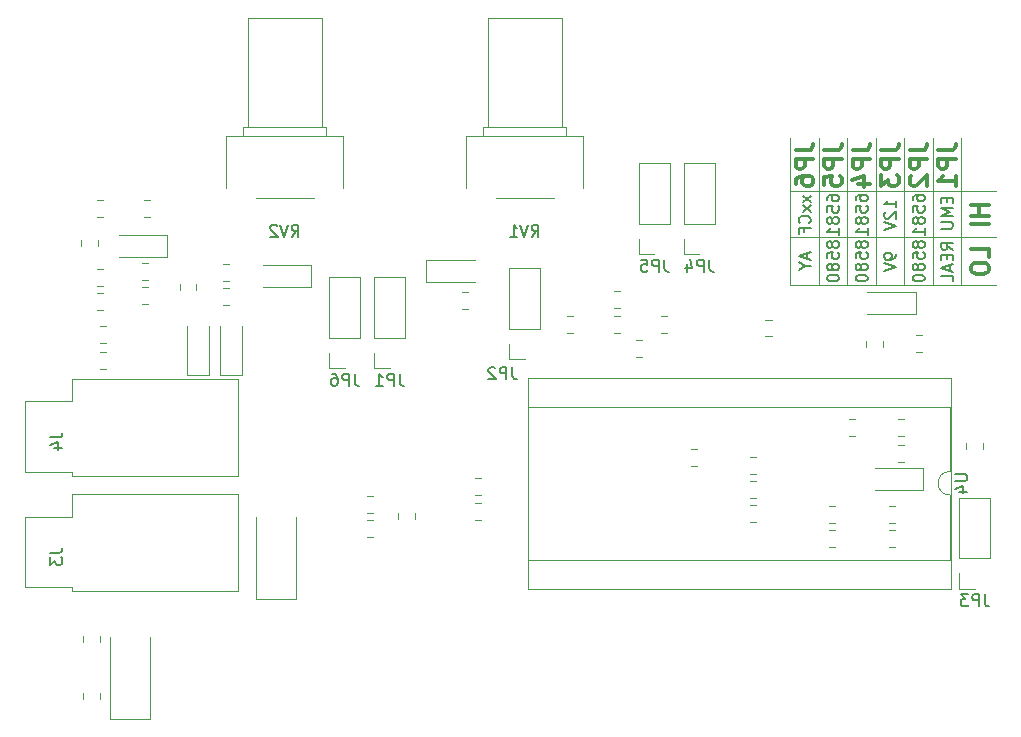
<source format=gbr>
%TF.GenerationSoftware,KiCad,Pcbnew,(5.1.9)-1*%
%TF.CreationDate,2021-06-11T01:10:32-04:00*%
%TF.ProjectId,ZXSwinSID,5a585377-696e-4534-9944-2e6b69636164,rev?*%
%TF.SameCoordinates,Original*%
%TF.FileFunction,Legend,Bot*%
%TF.FilePolarity,Positive*%
%FSLAX46Y46*%
G04 Gerber Fmt 4.6, Leading zero omitted, Abs format (unit mm)*
G04 Created by KiCad (PCBNEW (5.1.9)-1) date 2021-06-11 01:10:32*
%MOMM*%
%LPD*%
G01*
G04 APERTURE LIST*
%ADD10C,0.150000*%
%ADD11C,0.120000*%
%ADD12C,0.300000*%
G04 APERTURE END LIST*
D10*
X122975666Y-87598333D02*
X122975666Y-88074523D01*
X123261380Y-87503095D02*
X122261380Y-87836428D01*
X123261380Y-88169761D01*
X122785190Y-88693571D02*
X123261380Y-88693571D01*
X122261380Y-88360238D02*
X122785190Y-88693571D01*
X122261380Y-89026904D01*
X123261380Y-82732761D02*
X122594714Y-83256571D01*
X122594714Y-82732761D02*
X123261380Y-83256571D01*
X123261380Y-83542285D02*
X122594714Y-84066095D01*
X122594714Y-83542285D02*
X123261380Y-84066095D01*
X123166142Y-85018476D02*
X123213761Y-84970857D01*
X123261380Y-84828000D01*
X123261380Y-84732761D01*
X123213761Y-84589904D01*
X123118523Y-84494666D01*
X123023285Y-84447047D01*
X122832809Y-84399428D01*
X122689952Y-84399428D01*
X122499476Y-84447047D01*
X122404238Y-84494666D01*
X122309000Y-84589904D01*
X122261380Y-84732761D01*
X122261380Y-84828000D01*
X122309000Y-84970857D01*
X122356619Y-85018476D01*
X122737571Y-85780380D02*
X122737571Y-85447047D01*
X123261380Y-85447047D02*
X122261380Y-85447047D01*
X122261380Y-85923238D01*
X124674380Y-83089904D02*
X124674380Y-82899428D01*
X124722000Y-82804190D01*
X124769619Y-82756571D01*
X124912476Y-82661333D01*
X125102952Y-82613714D01*
X125483904Y-82613714D01*
X125579142Y-82661333D01*
X125626761Y-82708952D01*
X125674380Y-82804190D01*
X125674380Y-82994666D01*
X125626761Y-83089904D01*
X125579142Y-83137523D01*
X125483904Y-83185142D01*
X125245809Y-83185142D01*
X125150571Y-83137523D01*
X125102952Y-83089904D01*
X125055333Y-82994666D01*
X125055333Y-82804190D01*
X125102952Y-82708952D01*
X125150571Y-82661333D01*
X125245809Y-82613714D01*
X124674380Y-84089904D02*
X124674380Y-83613714D01*
X125150571Y-83566095D01*
X125102952Y-83613714D01*
X125055333Y-83708952D01*
X125055333Y-83947047D01*
X125102952Y-84042285D01*
X125150571Y-84089904D01*
X125245809Y-84137523D01*
X125483904Y-84137523D01*
X125579142Y-84089904D01*
X125626761Y-84042285D01*
X125674380Y-83947047D01*
X125674380Y-83708952D01*
X125626761Y-83613714D01*
X125579142Y-83566095D01*
X125102952Y-84708952D02*
X125055333Y-84613714D01*
X125007714Y-84566095D01*
X124912476Y-84518476D01*
X124864857Y-84518476D01*
X124769619Y-84566095D01*
X124722000Y-84613714D01*
X124674380Y-84708952D01*
X124674380Y-84899428D01*
X124722000Y-84994666D01*
X124769619Y-85042285D01*
X124864857Y-85089904D01*
X124912476Y-85089904D01*
X125007714Y-85042285D01*
X125055333Y-84994666D01*
X125102952Y-84899428D01*
X125102952Y-84708952D01*
X125150571Y-84613714D01*
X125198190Y-84566095D01*
X125293428Y-84518476D01*
X125483904Y-84518476D01*
X125579142Y-84566095D01*
X125626761Y-84613714D01*
X125674380Y-84708952D01*
X125674380Y-84899428D01*
X125626761Y-84994666D01*
X125579142Y-85042285D01*
X125483904Y-85089904D01*
X125293428Y-85089904D01*
X125198190Y-85042285D01*
X125150571Y-84994666D01*
X125102952Y-84899428D01*
X125674380Y-86042285D02*
X125674380Y-85470857D01*
X125674380Y-85756571D02*
X124674380Y-85756571D01*
X124817238Y-85661333D01*
X124912476Y-85566095D01*
X124960095Y-85470857D01*
X127087380Y-83089904D02*
X127087380Y-82899428D01*
X127135000Y-82804190D01*
X127182619Y-82756571D01*
X127325476Y-82661333D01*
X127515952Y-82613714D01*
X127896904Y-82613714D01*
X127992142Y-82661333D01*
X128039761Y-82708952D01*
X128087380Y-82804190D01*
X128087380Y-82994666D01*
X128039761Y-83089904D01*
X127992142Y-83137523D01*
X127896904Y-83185142D01*
X127658809Y-83185142D01*
X127563571Y-83137523D01*
X127515952Y-83089904D01*
X127468333Y-82994666D01*
X127468333Y-82804190D01*
X127515952Y-82708952D01*
X127563571Y-82661333D01*
X127658809Y-82613714D01*
X127087380Y-84089904D02*
X127087380Y-83613714D01*
X127563571Y-83566095D01*
X127515952Y-83613714D01*
X127468333Y-83708952D01*
X127468333Y-83947047D01*
X127515952Y-84042285D01*
X127563571Y-84089904D01*
X127658809Y-84137523D01*
X127896904Y-84137523D01*
X127992142Y-84089904D01*
X128039761Y-84042285D01*
X128087380Y-83947047D01*
X128087380Y-83708952D01*
X128039761Y-83613714D01*
X127992142Y-83566095D01*
X127515952Y-84708952D02*
X127468333Y-84613714D01*
X127420714Y-84566095D01*
X127325476Y-84518476D01*
X127277857Y-84518476D01*
X127182619Y-84566095D01*
X127135000Y-84613714D01*
X127087380Y-84708952D01*
X127087380Y-84899428D01*
X127135000Y-84994666D01*
X127182619Y-85042285D01*
X127277857Y-85089904D01*
X127325476Y-85089904D01*
X127420714Y-85042285D01*
X127468333Y-84994666D01*
X127515952Y-84899428D01*
X127515952Y-84708952D01*
X127563571Y-84613714D01*
X127611190Y-84566095D01*
X127706428Y-84518476D01*
X127896904Y-84518476D01*
X127992142Y-84566095D01*
X128039761Y-84613714D01*
X128087380Y-84708952D01*
X128087380Y-84899428D01*
X128039761Y-84994666D01*
X127992142Y-85042285D01*
X127896904Y-85089904D01*
X127706428Y-85089904D01*
X127611190Y-85042285D01*
X127563571Y-84994666D01*
X127515952Y-84899428D01*
X128087380Y-86042285D02*
X128087380Y-85470857D01*
X128087380Y-85756571D02*
X127087380Y-85756571D01*
X127230238Y-85661333D01*
X127325476Y-85566095D01*
X127373095Y-85470857D01*
X125102952Y-86741190D02*
X125055333Y-86645952D01*
X125007714Y-86598333D01*
X124912476Y-86550714D01*
X124864857Y-86550714D01*
X124769619Y-86598333D01*
X124722000Y-86645952D01*
X124674380Y-86741190D01*
X124674380Y-86931666D01*
X124722000Y-87026904D01*
X124769619Y-87074523D01*
X124864857Y-87122142D01*
X124912476Y-87122142D01*
X125007714Y-87074523D01*
X125055333Y-87026904D01*
X125102952Y-86931666D01*
X125102952Y-86741190D01*
X125150571Y-86645952D01*
X125198190Y-86598333D01*
X125293428Y-86550714D01*
X125483904Y-86550714D01*
X125579142Y-86598333D01*
X125626761Y-86645952D01*
X125674380Y-86741190D01*
X125674380Y-86931666D01*
X125626761Y-87026904D01*
X125579142Y-87074523D01*
X125483904Y-87122142D01*
X125293428Y-87122142D01*
X125198190Y-87074523D01*
X125150571Y-87026904D01*
X125102952Y-86931666D01*
X124674380Y-88026904D02*
X124674380Y-87550714D01*
X125150571Y-87503095D01*
X125102952Y-87550714D01*
X125055333Y-87645952D01*
X125055333Y-87884047D01*
X125102952Y-87979285D01*
X125150571Y-88026904D01*
X125245809Y-88074523D01*
X125483904Y-88074523D01*
X125579142Y-88026904D01*
X125626761Y-87979285D01*
X125674380Y-87884047D01*
X125674380Y-87645952D01*
X125626761Y-87550714D01*
X125579142Y-87503095D01*
X125102952Y-88645952D02*
X125055333Y-88550714D01*
X125007714Y-88503095D01*
X124912476Y-88455476D01*
X124864857Y-88455476D01*
X124769619Y-88503095D01*
X124722000Y-88550714D01*
X124674380Y-88645952D01*
X124674380Y-88836428D01*
X124722000Y-88931666D01*
X124769619Y-88979285D01*
X124864857Y-89026904D01*
X124912476Y-89026904D01*
X125007714Y-88979285D01*
X125055333Y-88931666D01*
X125102952Y-88836428D01*
X125102952Y-88645952D01*
X125150571Y-88550714D01*
X125198190Y-88503095D01*
X125293428Y-88455476D01*
X125483904Y-88455476D01*
X125579142Y-88503095D01*
X125626761Y-88550714D01*
X125674380Y-88645952D01*
X125674380Y-88836428D01*
X125626761Y-88931666D01*
X125579142Y-88979285D01*
X125483904Y-89026904D01*
X125293428Y-89026904D01*
X125198190Y-88979285D01*
X125150571Y-88931666D01*
X125102952Y-88836428D01*
X124674380Y-89645952D02*
X124674380Y-89741190D01*
X124722000Y-89836428D01*
X124769619Y-89884047D01*
X124864857Y-89931666D01*
X125055333Y-89979285D01*
X125293428Y-89979285D01*
X125483904Y-89931666D01*
X125579142Y-89884047D01*
X125626761Y-89836428D01*
X125674380Y-89741190D01*
X125674380Y-89645952D01*
X125626761Y-89550714D01*
X125579142Y-89503095D01*
X125483904Y-89455476D01*
X125293428Y-89407857D01*
X125055333Y-89407857D01*
X124864857Y-89455476D01*
X124769619Y-89503095D01*
X124722000Y-89550714D01*
X124674380Y-89645952D01*
X127515952Y-86741190D02*
X127468333Y-86645952D01*
X127420714Y-86598333D01*
X127325476Y-86550714D01*
X127277857Y-86550714D01*
X127182619Y-86598333D01*
X127135000Y-86645952D01*
X127087380Y-86741190D01*
X127087380Y-86931666D01*
X127135000Y-87026904D01*
X127182619Y-87074523D01*
X127277857Y-87122142D01*
X127325476Y-87122142D01*
X127420714Y-87074523D01*
X127468333Y-87026904D01*
X127515952Y-86931666D01*
X127515952Y-86741190D01*
X127563571Y-86645952D01*
X127611190Y-86598333D01*
X127706428Y-86550714D01*
X127896904Y-86550714D01*
X127992142Y-86598333D01*
X128039761Y-86645952D01*
X128087380Y-86741190D01*
X128087380Y-86931666D01*
X128039761Y-87026904D01*
X127992142Y-87074523D01*
X127896904Y-87122142D01*
X127706428Y-87122142D01*
X127611190Y-87074523D01*
X127563571Y-87026904D01*
X127515952Y-86931666D01*
X127087380Y-88026904D02*
X127087380Y-87550714D01*
X127563571Y-87503095D01*
X127515952Y-87550714D01*
X127468333Y-87645952D01*
X127468333Y-87884047D01*
X127515952Y-87979285D01*
X127563571Y-88026904D01*
X127658809Y-88074523D01*
X127896904Y-88074523D01*
X127992142Y-88026904D01*
X128039761Y-87979285D01*
X128087380Y-87884047D01*
X128087380Y-87645952D01*
X128039761Y-87550714D01*
X127992142Y-87503095D01*
X127515952Y-88645952D02*
X127468333Y-88550714D01*
X127420714Y-88503095D01*
X127325476Y-88455476D01*
X127277857Y-88455476D01*
X127182619Y-88503095D01*
X127135000Y-88550714D01*
X127087380Y-88645952D01*
X127087380Y-88836428D01*
X127135000Y-88931666D01*
X127182619Y-88979285D01*
X127277857Y-89026904D01*
X127325476Y-89026904D01*
X127420714Y-88979285D01*
X127468333Y-88931666D01*
X127515952Y-88836428D01*
X127515952Y-88645952D01*
X127563571Y-88550714D01*
X127611190Y-88503095D01*
X127706428Y-88455476D01*
X127896904Y-88455476D01*
X127992142Y-88503095D01*
X128039761Y-88550714D01*
X128087380Y-88645952D01*
X128087380Y-88836428D01*
X128039761Y-88931666D01*
X127992142Y-88979285D01*
X127896904Y-89026904D01*
X127706428Y-89026904D01*
X127611190Y-88979285D01*
X127563571Y-88931666D01*
X127515952Y-88836428D01*
X127087380Y-89645952D02*
X127087380Y-89741190D01*
X127135000Y-89836428D01*
X127182619Y-89884047D01*
X127277857Y-89931666D01*
X127468333Y-89979285D01*
X127706428Y-89979285D01*
X127896904Y-89931666D01*
X127992142Y-89884047D01*
X128039761Y-89836428D01*
X128087380Y-89741190D01*
X128087380Y-89645952D01*
X128039761Y-89550714D01*
X127992142Y-89503095D01*
X127896904Y-89455476D01*
X127706428Y-89407857D01*
X127468333Y-89407857D01*
X127277857Y-89455476D01*
X127182619Y-89503095D01*
X127135000Y-89550714D01*
X127087380Y-89645952D01*
X130500380Y-87645952D02*
X130500380Y-87836428D01*
X130452761Y-87931666D01*
X130405142Y-87979285D01*
X130262285Y-88074523D01*
X130071809Y-88122142D01*
X129690857Y-88122142D01*
X129595619Y-88074523D01*
X129548000Y-88026904D01*
X129500380Y-87931666D01*
X129500380Y-87741190D01*
X129548000Y-87645952D01*
X129595619Y-87598333D01*
X129690857Y-87550714D01*
X129928952Y-87550714D01*
X130024190Y-87598333D01*
X130071809Y-87645952D01*
X130119428Y-87741190D01*
X130119428Y-87931666D01*
X130071809Y-88026904D01*
X130024190Y-88074523D01*
X129928952Y-88122142D01*
X129500380Y-88407857D02*
X130500380Y-88741190D01*
X129500380Y-89074523D01*
X130500380Y-83708952D02*
X130500380Y-83137523D01*
X130500380Y-83423238D02*
X129500380Y-83423238D01*
X129643238Y-83328000D01*
X129738476Y-83232761D01*
X129786095Y-83137523D01*
X129595619Y-84089904D02*
X129548000Y-84137523D01*
X129500380Y-84232761D01*
X129500380Y-84470857D01*
X129548000Y-84566095D01*
X129595619Y-84613714D01*
X129690857Y-84661333D01*
X129786095Y-84661333D01*
X129928952Y-84613714D01*
X130500380Y-84042285D01*
X130500380Y-84661333D01*
X129500380Y-84947047D02*
X130500380Y-85280380D01*
X129500380Y-85613714D01*
D11*
X121539000Y-77851000D02*
X121539000Y-90297000D01*
X123952000Y-77851000D02*
X123952000Y-90297000D01*
X126365000Y-77851000D02*
X126365000Y-90297000D01*
X128778000Y-77851000D02*
X128778000Y-90297000D01*
X131191000Y-77851000D02*
X131191000Y-90297000D01*
X133604000Y-77851000D02*
X133604000Y-90297000D01*
D10*
X132341952Y-86741190D02*
X132294333Y-86645952D01*
X132246714Y-86598333D01*
X132151476Y-86550714D01*
X132103857Y-86550714D01*
X132008619Y-86598333D01*
X131961000Y-86645952D01*
X131913380Y-86741190D01*
X131913380Y-86931666D01*
X131961000Y-87026904D01*
X132008619Y-87074523D01*
X132103857Y-87122142D01*
X132151476Y-87122142D01*
X132246714Y-87074523D01*
X132294333Y-87026904D01*
X132341952Y-86931666D01*
X132341952Y-86741190D01*
X132389571Y-86645952D01*
X132437190Y-86598333D01*
X132532428Y-86550714D01*
X132722904Y-86550714D01*
X132818142Y-86598333D01*
X132865761Y-86645952D01*
X132913380Y-86741190D01*
X132913380Y-86931666D01*
X132865761Y-87026904D01*
X132818142Y-87074523D01*
X132722904Y-87122142D01*
X132532428Y-87122142D01*
X132437190Y-87074523D01*
X132389571Y-87026904D01*
X132341952Y-86931666D01*
X131913380Y-88026904D02*
X131913380Y-87550714D01*
X132389571Y-87503095D01*
X132341952Y-87550714D01*
X132294333Y-87645952D01*
X132294333Y-87884047D01*
X132341952Y-87979285D01*
X132389571Y-88026904D01*
X132484809Y-88074523D01*
X132722904Y-88074523D01*
X132818142Y-88026904D01*
X132865761Y-87979285D01*
X132913380Y-87884047D01*
X132913380Y-87645952D01*
X132865761Y-87550714D01*
X132818142Y-87503095D01*
X132341952Y-88645952D02*
X132294333Y-88550714D01*
X132246714Y-88503095D01*
X132151476Y-88455476D01*
X132103857Y-88455476D01*
X132008619Y-88503095D01*
X131961000Y-88550714D01*
X131913380Y-88645952D01*
X131913380Y-88836428D01*
X131961000Y-88931666D01*
X132008619Y-88979285D01*
X132103857Y-89026904D01*
X132151476Y-89026904D01*
X132246714Y-88979285D01*
X132294333Y-88931666D01*
X132341952Y-88836428D01*
X132341952Y-88645952D01*
X132389571Y-88550714D01*
X132437190Y-88503095D01*
X132532428Y-88455476D01*
X132722904Y-88455476D01*
X132818142Y-88503095D01*
X132865761Y-88550714D01*
X132913380Y-88645952D01*
X132913380Y-88836428D01*
X132865761Y-88931666D01*
X132818142Y-88979285D01*
X132722904Y-89026904D01*
X132532428Y-89026904D01*
X132437190Y-88979285D01*
X132389571Y-88931666D01*
X132341952Y-88836428D01*
X131913380Y-89645952D02*
X131913380Y-89741190D01*
X131961000Y-89836428D01*
X132008619Y-89884047D01*
X132103857Y-89931666D01*
X132294333Y-89979285D01*
X132532428Y-89979285D01*
X132722904Y-89931666D01*
X132818142Y-89884047D01*
X132865761Y-89836428D01*
X132913380Y-89741190D01*
X132913380Y-89645952D01*
X132865761Y-89550714D01*
X132818142Y-89503095D01*
X132722904Y-89455476D01*
X132532428Y-89407857D01*
X132294333Y-89407857D01*
X132103857Y-89455476D01*
X132008619Y-89503095D01*
X131961000Y-89550714D01*
X131913380Y-89645952D01*
X131913380Y-83089904D02*
X131913380Y-82899428D01*
X131961000Y-82804190D01*
X132008619Y-82756571D01*
X132151476Y-82661333D01*
X132341952Y-82613714D01*
X132722904Y-82613714D01*
X132818142Y-82661333D01*
X132865761Y-82708952D01*
X132913380Y-82804190D01*
X132913380Y-82994666D01*
X132865761Y-83089904D01*
X132818142Y-83137523D01*
X132722904Y-83185142D01*
X132484809Y-83185142D01*
X132389571Y-83137523D01*
X132341952Y-83089904D01*
X132294333Y-82994666D01*
X132294333Y-82804190D01*
X132341952Y-82708952D01*
X132389571Y-82661333D01*
X132484809Y-82613714D01*
X131913380Y-84089904D02*
X131913380Y-83613714D01*
X132389571Y-83566095D01*
X132341952Y-83613714D01*
X132294333Y-83708952D01*
X132294333Y-83947047D01*
X132341952Y-84042285D01*
X132389571Y-84089904D01*
X132484809Y-84137523D01*
X132722904Y-84137523D01*
X132818142Y-84089904D01*
X132865761Y-84042285D01*
X132913380Y-83947047D01*
X132913380Y-83708952D01*
X132865761Y-83613714D01*
X132818142Y-83566095D01*
X132341952Y-84708952D02*
X132294333Y-84613714D01*
X132246714Y-84566095D01*
X132151476Y-84518476D01*
X132103857Y-84518476D01*
X132008619Y-84566095D01*
X131961000Y-84613714D01*
X131913380Y-84708952D01*
X131913380Y-84899428D01*
X131961000Y-84994666D01*
X132008619Y-85042285D01*
X132103857Y-85089904D01*
X132151476Y-85089904D01*
X132246714Y-85042285D01*
X132294333Y-84994666D01*
X132341952Y-84899428D01*
X132341952Y-84708952D01*
X132389571Y-84613714D01*
X132437190Y-84566095D01*
X132532428Y-84518476D01*
X132722904Y-84518476D01*
X132818142Y-84566095D01*
X132865761Y-84613714D01*
X132913380Y-84708952D01*
X132913380Y-84899428D01*
X132865761Y-84994666D01*
X132818142Y-85042285D01*
X132722904Y-85089904D01*
X132532428Y-85089904D01*
X132437190Y-85042285D01*
X132389571Y-84994666D01*
X132341952Y-84899428D01*
X132913380Y-86042285D02*
X132913380Y-85470857D01*
X132913380Y-85756571D02*
X131913380Y-85756571D01*
X132056238Y-85661333D01*
X132151476Y-85566095D01*
X132199095Y-85470857D01*
X135326380Y-87288809D02*
X134850190Y-86955476D01*
X135326380Y-86717380D02*
X134326380Y-86717380D01*
X134326380Y-87098333D01*
X134374000Y-87193571D01*
X134421619Y-87241190D01*
X134516857Y-87288809D01*
X134659714Y-87288809D01*
X134754952Y-87241190D01*
X134802571Y-87193571D01*
X134850190Y-87098333D01*
X134850190Y-86717380D01*
X134802571Y-87717380D02*
X134802571Y-88050714D01*
X135326380Y-88193571D02*
X135326380Y-87717380D01*
X134326380Y-87717380D01*
X134326380Y-88193571D01*
X135040666Y-88574523D02*
X135040666Y-89050714D01*
X135326380Y-88479285D02*
X134326380Y-88812619D01*
X135326380Y-89145952D01*
X135326380Y-89955476D02*
X135326380Y-89479285D01*
X134326380Y-89479285D01*
X134802571Y-82891476D02*
X134802571Y-83224809D01*
X135326380Y-83367666D02*
X135326380Y-82891476D01*
X134326380Y-82891476D01*
X134326380Y-83367666D01*
X135326380Y-83796238D02*
X134326380Y-83796238D01*
X135040666Y-84129571D01*
X134326380Y-84462904D01*
X135326380Y-84462904D01*
X134326380Y-84939095D02*
X135135904Y-84939095D01*
X135231142Y-84986714D01*
X135278761Y-85034333D01*
X135326380Y-85129571D01*
X135326380Y-85320047D01*
X135278761Y-85415285D01*
X135231142Y-85462904D01*
X135135904Y-85510523D01*
X134326380Y-85510523D01*
D11*
X136017000Y-77851000D02*
X136017000Y-90297000D01*
X138938000Y-86233000D02*
X121539000Y-86233000D01*
X138938000Y-90297000D02*
X121539000Y-90297000D01*
X138938000Y-82296000D02*
X121539000Y-82296000D01*
D12*
X138346571Y-83542285D02*
X136846571Y-83542285D01*
X137560857Y-83542285D02*
X137560857Y-84399428D01*
X138346571Y-84399428D02*
X136846571Y-84399428D01*
X138346571Y-85113714D02*
X136846571Y-85113714D01*
X138346571Y-87943571D02*
X138346571Y-87229285D01*
X136846571Y-87229285D01*
X136846571Y-88729285D02*
X136846571Y-89015000D01*
X136918000Y-89157857D01*
X137060857Y-89300714D01*
X137346571Y-89372142D01*
X137846571Y-89372142D01*
X138132285Y-89300714D01*
X138275142Y-89157857D01*
X138346571Y-89015000D01*
X138346571Y-88729285D01*
X138275142Y-88586428D01*
X138132285Y-88443571D01*
X137846571Y-88372142D01*
X137346571Y-88372142D01*
X137060857Y-88443571D01*
X136918000Y-88586428D01*
X136846571Y-88729285D01*
X121987571Y-78887000D02*
X123059000Y-78887000D01*
X123273285Y-78815571D01*
X123416142Y-78672714D01*
X123487571Y-78458428D01*
X123487571Y-78315571D01*
X123487571Y-79601285D02*
X121987571Y-79601285D01*
X121987571Y-80172714D01*
X122059000Y-80315571D01*
X122130428Y-80387000D01*
X122273285Y-80458428D01*
X122487571Y-80458428D01*
X122630428Y-80387000D01*
X122701857Y-80315571D01*
X122773285Y-80172714D01*
X122773285Y-79601285D01*
X121987571Y-81744142D02*
X121987571Y-81458428D01*
X122059000Y-81315571D01*
X122130428Y-81244142D01*
X122344714Y-81101285D01*
X122630428Y-81029857D01*
X123201857Y-81029857D01*
X123344714Y-81101285D01*
X123416142Y-81172714D01*
X123487571Y-81315571D01*
X123487571Y-81601285D01*
X123416142Y-81744142D01*
X123344714Y-81815571D01*
X123201857Y-81887000D01*
X122844714Y-81887000D01*
X122701857Y-81815571D01*
X122630428Y-81744142D01*
X122559000Y-81601285D01*
X122559000Y-81315571D01*
X122630428Y-81172714D01*
X122701857Y-81101285D01*
X122844714Y-81029857D01*
X124400571Y-78887000D02*
X125472000Y-78887000D01*
X125686285Y-78815571D01*
X125829142Y-78672714D01*
X125900571Y-78458428D01*
X125900571Y-78315571D01*
X125900571Y-79601285D02*
X124400571Y-79601285D01*
X124400571Y-80172714D01*
X124472000Y-80315571D01*
X124543428Y-80387000D01*
X124686285Y-80458428D01*
X124900571Y-80458428D01*
X125043428Y-80387000D01*
X125114857Y-80315571D01*
X125186285Y-80172714D01*
X125186285Y-79601285D01*
X124400571Y-81815571D02*
X124400571Y-81101285D01*
X125114857Y-81029857D01*
X125043428Y-81101285D01*
X124972000Y-81244142D01*
X124972000Y-81601285D01*
X125043428Y-81744142D01*
X125114857Y-81815571D01*
X125257714Y-81887000D01*
X125614857Y-81887000D01*
X125757714Y-81815571D01*
X125829142Y-81744142D01*
X125900571Y-81601285D01*
X125900571Y-81244142D01*
X125829142Y-81101285D01*
X125757714Y-81029857D01*
X126813571Y-78887000D02*
X127885000Y-78887000D01*
X128099285Y-78815571D01*
X128242142Y-78672714D01*
X128313571Y-78458428D01*
X128313571Y-78315571D01*
X128313571Y-79601285D02*
X126813571Y-79601285D01*
X126813571Y-80172714D01*
X126885000Y-80315571D01*
X126956428Y-80387000D01*
X127099285Y-80458428D01*
X127313571Y-80458428D01*
X127456428Y-80387000D01*
X127527857Y-80315571D01*
X127599285Y-80172714D01*
X127599285Y-79601285D01*
X127313571Y-81744142D02*
X128313571Y-81744142D01*
X126742142Y-81387000D02*
X127813571Y-81029857D01*
X127813571Y-81958428D01*
X129226571Y-78887000D02*
X130298000Y-78887000D01*
X130512285Y-78815571D01*
X130655142Y-78672714D01*
X130726571Y-78458428D01*
X130726571Y-78315571D01*
X130726571Y-79601285D02*
X129226571Y-79601285D01*
X129226571Y-80172714D01*
X129298000Y-80315571D01*
X129369428Y-80387000D01*
X129512285Y-80458428D01*
X129726571Y-80458428D01*
X129869428Y-80387000D01*
X129940857Y-80315571D01*
X130012285Y-80172714D01*
X130012285Y-79601285D01*
X129226571Y-80958428D02*
X129226571Y-81887000D01*
X129798000Y-81387000D01*
X129798000Y-81601285D01*
X129869428Y-81744142D01*
X129940857Y-81815571D01*
X130083714Y-81887000D01*
X130440857Y-81887000D01*
X130583714Y-81815571D01*
X130655142Y-81744142D01*
X130726571Y-81601285D01*
X130726571Y-81172714D01*
X130655142Y-81029857D01*
X130583714Y-80958428D01*
X131639571Y-78887000D02*
X132711000Y-78887000D01*
X132925285Y-78815571D01*
X133068142Y-78672714D01*
X133139571Y-78458428D01*
X133139571Y-78315571D01*
X133139571Y-79601285D02*
X131639571Y-79601285D01*
X131639571Y-80172714D01*
X131711000Y-80315571D01*
X131782428Y-80387000D01*
X131925285Y-80458428D01*
X132139571Y-80458428D01*
X132282428Y-80387000D01*
X132353857Y-80315571D01*
X132425285Y-80172714D01*
X132425285Y-79601285D01*
X131782428Y-81029857D02*
X131711000Y-81101285D01*
X131639571Y-81244142D01*
X131639571Y-81601285D01*
X131711000Y-81744142D01*
X131782428Y-81815571D01*
X131925285Y-81887000D01*
X132068142Y-81887000D01*
X132282428Y-81815571D01*
X133139571Y-80958428D01*
X133139571Y-81887000D01*
X134052571Y-78887000D02*
X135124000Y-78887000D01*
X135338285Y-78815571D01*
X135481142Y-78672714D01*
X135552571Y-78458428D01*
X135552571Y-78315571D01*
X135552571Y-79601285D02*
X134052571Y-79601285D01*
X134052571Y-80172714D01*
X134124000Y-80315571D01*
X134195428Y-80387000D01*
X134338285Y-80458428D01*
X134552571Y-80458428D01*
X134695428Y-80387000D01*
X134766857Y-80315571D01*
X134838285Y-80172714D01*
X134838285Y-79601285D01*
X135552571Y-81887000D02*
X135552571Y-81029857D01*
X135552571Y-81458428D02*
X134052571Y-81458428D01*
X134266857Y-81315571D01*
X134409714Y-81172714D01*
X134481142Y-81029857D01*
D11*
%TO.C,J4*%
X60753400Y-98205000D02*
X60753400Y-100105000D01*
X60753400Y-106105000D02*
X60753400Y-106405000D01*
X56753400Y-100105000D02*
X60753400Y-100105000D01*
X56753400Y-106105000D02*
X56753400Y-100105000D01*
X60753400Y-106105000D02*
X56753400Y-106105000D01*
X60753400Y-106405000D02*
X74753400Y-106405000D01*
X74753400Y-98205000D02*
X60753400Y-98205000D01*
X74753400Y-98205000D02*
X74753400Y-106405000D01*
%TO.C,R6*%
X69838500Y-90685252D02*
X69838500Y-90162748D01*
X71258500Y-90685252D02*
X71258500Y-90162748D01*
%TO.C,C3*%
X75103000Y-93777000D02*
X75103000Y-97862000D01*
X75103000Y-97862000D02*
X73233000Y-97862000D01*
X73233000Y-97862000D02*
X73233000Y-93777000D01*
%TO.C,C4*%
X70502500Y-97862000D02*
X70502500Y-93777000D01*
X72372500Y-97862000D02*
X70502500Y-97862000D01*
X72372500Y-93777000D02*
X72372500Y-97862000D01*
%TO.C,C5*%
X62857748Y-90984000D02*
X63380252Y-90984000D01*
X62857748Y-92404000D02*
X63380252Y-92404000D01*
%TO.C,C6*%
X103131252Y-92889000D02*
X102608748Y-92889000D01*
X103131252Y-94309000D02*
X102608748Y-94309000D01*
%TO.C,C7*%
X80971000Y-90470000D02*
X76886000Y-90470000D01*
X80971000Y-88600000D02*
X80971000Y-90470000D01*
X76886000Y-88600000D02*
X80971000Y-88600000D01*
%TO.C,C8*%
X94818000Y-90025500D02*
X90733000Y-90025500D01*
X90733000Y-90025500D02*
X90733000Y-88155500D01*
X90733000Y-88155500D02*
X94818000Y-88155500D01*
%TO.C,C9*%
X68779000Y-87930000D02*
X64694000Y-87930000D01*
X68779000Y-86060000D02*
X68779000Y-87930000D01*
X64694000Y-86060000D02*
X68779000Y-86060000D01*
%TO.C,C10*%
X128702000Y-105745000D02*
X132787000Y-105745000D01*
X132787000Y-105745000D02*
X132787000Y-107615000D01*
X132787000Y-107615000D02*
X128702000Y-107615000D01*
%TO.C,C11*%
X130675748Y-103811000D02*
X131198252Y-103811000D01*
X130675748Y-105231000D02*
X131198252Y-105231000D01*
%TO.C,C12*%
X130675748Y-103072000D02*
X131198252Y-103072000D01*
X130675748Y-101652000D02*
X131198252Y-101652000D01*
%TO.C,C13*%
X132152000Y-92756000D02*
X128067000Y-92756000D01*
X132152000Y-90886000D02*
X132152000Y-92756000D01*
X128067000Y-90886000D02*
X132152000Y-90886000D01*
%TO.C,C14*%
X76268000Y-116838000D02*
X76268000Y-109903000D01*
X79688000Y-116838000D02*
X76268000Y-116838000D01*
X79688000Y-109903000D02*
X79688000Y-116838000D01*
%TO.C,C15*%
X95384252Y-108025000D02*
X94861748Y-108025000D01*
X95384252Y-106605000D02*
X94861748Y-106605000D01*
%TO.C,C16*%
X67369000Y-120063000D02*
X67369000Y-126998000D01*
X67369000Y-126998000D02*
X63949000Y-126998000D01*
X63949000Y-126998000D02*
X63949000Y-120063000D01*
%TO.C,C17*%
X113149748Y-105612000D02*
X113672252Y-105612000D01*
X113149748Y-104192000D02*
X113672252Y-104192000D01*
%TO.C,C18*%
X63067000Y-124833748D02*
X63067000Y-125356252D01*
X61647000Y-124833748D02*
X61647000Y-125356252D01*
%TO.C,C19*%
X95384252Y-110184000D02*
X94861748Y-110184000D01*
X95384252Y-108764000D02*
X94861748Y-108764000D01*
%TO.C,C20*%
X89737000Y-110116252D02*
X89737000Y-109593748D01*
X88317000Y-110116252D02*
X88317000Y-109593748D01*
%TO.C,C21*%
X63067000Y-120530252D02*
X63067000Y-120007748D01*
X61647000Y-120530252D02*
X61647000Y-120007748D01*
%TO.C,C22*%
X86240252Y-109549000D02*
X85717748Y-109549000D01*
X86240252Y-108129000D02*
X85717748Y-108129000D01*
%TO.C,C23*%
X63111748Y-97357000D02*
X63634252Y-97357000D01*
X63111748Y-95937000D02*
X63634252Y-95937000D01*
%TO.C,C24*%
X86240252Y-110161000D02*
X85717748Y-110161000D01*
X86240252Y-111581000D02*
X85717748Y-111581000D01*
%TO.C,C25*%
X126484748Y-103072000D02*
X127007252Y-103072000D01*
X126484748Y-101652000D02*
X127007252Y-101652000D01*
%TO.C,C26*%
X129913748Y-111050000D02*
X130436252Y-111050000D01*
X129913748Y-112470000D02*
X130436252Y-112470000D01*
%TO.C,C27*%
X124833748Y-112470000D02*
X125356252Y-112470000D01*
X124833748Y-111050000D02*
X125356252Y-111050000D01*
%TO.C,C28*%
X129913748Y-109018000D02*
X130436252Y-109018000D01*
X129913748Y-110438000D02*
X130436252Y-110438000D01*
%TO.C,C29*%
X124833748Y-109018000D02*
X125356252Y-109018000D01*
X124833748Y-110438000D02*
X125356252Y-110438000D01*
%TO.C,FB1*%
X137870000Y-103624748D02*
X137870000Y-104147252D01*
X136450000Y-103624748D02*
X136450000Y-104147252D01*
%TO.C,J3*%
X74753400Y-107984000D02*
X74753400Y-116184000D01*
X74753400Y-107984000D02*
X60753400Y-107984000D01*
X60753400Y-116184000D02*
X74753400Y-116184000D01*
X60753400Y-115884000D02*
X56753400Y-115884000D01*
X56753400Y-115884000D02*
X56753400Y-109884000D01*
X56753400Y-109884000D02*
X60753400Y-109884000D01*
X60753400Y-115884000D02*
X60753400Y-116184000D01*
X60753400Y-107984000D02*
X60753400Y-109884000D01*
%TO.C,JP1*%
X86300000Y-89602000D02*
X88960000Y-89602000D01*
X86300000Y-94742000D02*
X86300000Y-89602000D01*
X88960000Y-94742000D02*
X88960000Y-89602000D01*
X86300000Y-94742000D02*
X88960000Y-94742000D01*
X86300000Y-96012000D02*
X86300000Y-97342000D01*
X86300000Y-97342000D02*
X87630000Y-97342000D01*
%TO.C,JP2*%
X97730000Y-96580000D02*
X99060000Y-96580000D01*
X97730000Y-95250000D02*
X97730000Y-96580000D01*
X97730000Y-93980000D02*
X100390000Y-93980000D01*
X100390000Y-93980000D02*
X100390000Y-88840000D01*
X97730000Y-93980000D02*
X97730000Y-88840000D01*
X97730000Y-88840000D02*
X100390000Y-88840000D01*
%TO.C,JP3*%
X135830000Y-108271000D02*
X138490000Y-108271000D01*
X135830000Y-113411000D02*
X135830000Y-108271000D01*
X138490000Y-113411000D02*
X138490000Y-108271000D01*
X135830000Y-113411000D02*
X138490000Y-113411000D01*
X135830000Y-114681000D02*
X135830000Y-116011000D01*
X135830000Y-116011000D02*
X137160000Y-116011000D01*
%TO.C,JP4*%
X112525500Y-79950000D02*
X115185500Y-79950000D01*
X112525500Y-85090000D02*
X112525500Y-79950000D01*
X115185500Y-85090000D02*
X115185500Y-79950000D01*
X112525500Y-85090000D02*
X115185500Y-85090000D01*
X112525500Y-86360000D02*
X112525500Y-87690000D01*
X112525500Y-87690000D02*
X113855500Y-87690000D01*
%TO.C,JP5*%
X108715500Y-87690000D02*
X110045500Y-87690000D01*
X108715500Y-86360000D02*
X108715500Y-87690000D01*
X108715500Y-85090000D02*
X111375500Y-85090000D01*
X111375500Y-85090000D02*
X111375500Y-79950000D01*
X108715500Y-85090000D02*
X108715500Y-79950000D01*
X108715500Y-79950000D02*
X111375500Y-79950000D01*
%TO.C,JP6*%
X82490000Y-97342000D02*
X83820000Y-97342000D01*
X82490000Y-96012000D02*
X82490000Y-97342000D01*
X82490000Y-94742000D02*
X85150000Y-94742000D01*
X85150000Y-94742000D02*
X85150000Y-89602000D01*
X82490000Y-94742000D02*
X82490000Y-89602000D01*
X82490000Y-89602000D02*
X85150000Y-89602000D01*
%TO.C,R1*%
X110609748Y-92889000D02*
X111132252Y-92889000D01*
X110609748Y-94309000D02*
X111132252Y-94309000D01*
%TO.C,R2*%
X108973252Y-94921000D02*
X108450748Y-94921000D01*
X108973252Y-96341000D02*
X108450748Y-96341000D01*
%TO.C,R3*%
X106609248Y-94309000D02*
X107131752Y-94309000D01*
X106609248Y-92889000D02*
X107131752Y-92889000D01*
%TO.C,R4*%
X66667748Y-88444000D02*
X67190252Y-88444000D01*
X66667748Y-89864000D02*
X67190252Y-89864000D01*
%TO.C,R5*%
X73525748Y-91959500D02*
X74048252Y-91959500D01*
X73525748Y-90539500D02*
X74048252Y-90539500D01*
%TO.C,R7*%
X74048252Y-88507500D02*
X73525748Y-88507500D01*
X74048252Y-89927500D02*
X73525748Y-89927500D01*
%TO.C,R8*%
X106609248Y-90793500D02*
X107131752Y-90793500D01*
X106609248Y-92213500D02*
X107131752Y-92213500D01*
%TO.C,R9*%
X63111748Y-93778000D02*
X63634252Y-93778000D01*
X63111748Y-95198000D02*
X63634252Y-95198000D01*
%TO.C,R10*%
X62857748Y-90372000D02*
X63380252Y-90372000D01*
X62857748Y-88952000D02*
X63380252Y-88952000D01*
%TO.C,R11*%
X119958752Y-94626500D02*
X119436248Y-94626500D01*
X119958752Y-93206500D02*
X119436248Y-93206500D01*
%TO.C,R12*%
X93718748Y-90857000D02*
X94241252Y-90857000D01*
X93718748Y-92277000D02*
X94241252Y-92277000D01*
%TO.C,R13*%
X118102748Y-110311000D02*
X118625252Y-110311000D01*
X118102748Y-108891000D02*
X118625252Y-108891000D01*
%TO.C,R14*%
X67317252Y-84530000D02*
X66794748Y-84530000D01*
X67317252Y-83110000D02*
X66794748Y-83110000D01*
%TO.C,R15*%
X67190252Y-90476000D02*
X66667748Y-90476000D01*
X67190252Y-91896000D02*
X66667748Y-91896000D01*
%TO.C,R16*%
X127941000Y-94988748D02*
X127941000Y-95511252D01*
X129361000Y-94988748D02*
X129361000Y-95511252D01*
%TO.C,R17*%
X132722252Y-94540000D02*
X132199748Y-94540000D01*
X132722252Y-95960000D02*
X132199748Y-95960000D01*
%TO.C,R18*%
X62857748Y-84530000D02*
X63380252Y-84530000D01*
X62857748Y-83110000D02*
X63380252Y-83110000D01*
%TO.C,R19*%
X62940000Y-86479748D02*
X62940000Y-87002252D01*
X61520000Y-86479748D02*
X61520000Y-87002252D01*
%TO.C,RV1*%
X102180000Y-67660000D02*
X95940000Y-67660000D01*
X102180000Y-76860000D02*
X95940000Y-76860000D01*
X95940000Y-76860000D02*
X95940000Y-67660000D01*
X102180000Y-76860000D02*
X102180000Y-67660000D01*
X102580000Y-76860000D02*
X95540000Y-76860000D01*
X102580000Y-77660000D02*
X95540000Y-77660000D01*
X95540000Y-77660000D02*
X95540000Y-76860000D01*
X102580000Y-77660000D02*
X102580000Y-76860000D01*
X104030000Y-77660000D02*
X94090000Y-77660000D01*
X101504000Y-82900000D02*
X96615000Y-82900000D01*
X94090000Y-82025000D02*
X94090000Y-77660000D01*
X104030000Y-82025000D02*
X104030000Y-77660000D01*
%TO.C,RV2*%
X83710000Y-82025000D02*
X83710000Y-77660000D01*
X73770000Y-82025000D02*
X73770000Y-77660000D01*
X81184000Y-82900000D02*
X76295000Y-82900000D01*
X83710000Y-77660000D02*
X73770000Y-77660000D01*
X82260000Y-77660000D02*
X82260000Y-76860000D01*
X75220000Y-77660000D02*
X75220000Y-76860000D01*
X82260000Y-77660000D02*
X75220000Y-77660000D01*
X82260000Y-76860000D02*
X75220000Y-76860000D01*
X81860000Y-76860000D02*
X81860000Y-67660000D01*
X75620000Y-76860000D02*
X75620000Y-67660000D01*
X81860000Y-76860000D02*
X75620000Y-76860000D01*
X81860000Y-67660000D02*
X75620000Y-67660000D01*
%TO.C,U4*%
X135121000Y-98111000D02*
X135121000Y-116011000D01*
X99321000Y-98111000D02*
X135121000Y-98111000D01*
X99321000Y-116011000D02*
X99321000Y-98111000D01*
X135121000Y-116011000D02*
X99321000Y-116011000D01*
X135061000Y-100601000D02*
X135061000Y-106061000D01*
X99381000Y-100601000D02*
X135061000Y-100601000D01*
X99381000Y-113521000D02*
X99381000Y-100601000D01*
X135061000Y-113521000D02*
X99381000Y-113521000D01*
X135061000Y-108061000D02*
X135061000Y-113521000D01*
X135061000Y-106061000D02*
G75*
G03*
X135061000Y-108061000I0J-1000000D01*
G01*
%TO.C,C1*%
X118102748Y-106247000D02*
X118625252Y-106247000D01*
X118102748Y-104827000D02*
X118625252Y-104827000D01*
%TO.C,C2*%
X118102748Y-106859000D02*
X118625252Y-106859000D01*
X118102748Y-108279000D02*
X118625252Y-108279000D01*
%TO.C,J4*%
D10*
X58905780Y-103171666D02*
X59620066Y-103171666D01*
X59762923Y-103124047D01*
X59858161Y-103028809D01*
X59905780Y-102885952D01*
X59905780Y-102790714D01*
X59239114Y-104076428D02*
X59905780Y-104076428D01*
X58858161Y-103838333D02*
X59572447Y-103600238D01*
X59572447Y-104219285D01*
%TO.C,J3*%
X58905780Y-112950666D02*
X59620066Y-112950666D01*
X59762923Y-112903047D01*
X59858161Y-112807809D01*
X59905780Y-112664952D01*
X59905780Y-112569714D01*
X58905780Y-113331619D02*
X58905780Y-113950666D01*
X59286733Y-113617333D01*
X59286733Y-113760190D01*
X59334352Y-113855428D01*
X59381971Y-113903047D01*
X59477209Y-113950666D01*
X59715304Y-113950666D01*
X59810542Y-113903047D01*
X59858161Y-113855428D01*
X59905780Y-113760190D01*
X59905780Y-113474476D01*
X59858161Y-113379238D01*
X59810542Y-113331619D01*
%TO.C,JP1*%
X88463333Y-97794380D02*
X88463333Y-98508666D01*
X88510952Y-98651523D01*
X88606190Y-98746761D01*
X88749047Y-98794380D01*
X88844285Y-98794380D01*
X87987142Y-98794380D02*
X87987142Y-97794380D01*
X87606190Y-97794380D01*
X87510952Y-97842000D01*
X87463333Y-97889619D01*
X87415714Y-97984857D01*
X87415714Y-98127714D01*
X87463333Y-98222952D01*
X87510952Y-98270571D01*
X87606190Y-98318190D01*
X87987142Y-98318190D01*
X86463333Y-98794380D02*
X87034761Y-98794380D01*
X86749047Y-98794380D02*
X86749047Y-97794380D01*
X86844285Y-97937238D01*
X86939523Y-98032476D01*
X87034761Y-98080095D01*
%TO.C,JP2*%
X97988333Y-97242380D02*
X97988333Y-97956666D01*
X98035952Y-98099523D01*
X98131190Y-98194761D01*
X98274047Y-98242380D01*
X98369285Y-98242380D01*
X97512142Y-98242380D02*
X97512142Y-97242380D01*
X97131190Y-97242380D01*
X97035952Y-97290000D01*
X96988333Y-97337619D01*
X96940714Y-97432857D01*
X96940714Y-97575714D01*
X96988333Y-97670952D01*
X97035952Y-97718571D01*
X97131190Y-97766190D01*
X97512142Y-97766190D01*
X96559761Y-97337619D02*
X96512142Y-97290000D01*
X96416904Y-97242380D01*
X96178809Y-97242380D01*
X96083571Y-97290000D01*
X96035952Y-97337619D01*
X95988333Y-97432857D01*
X95988333Y-97528095D01*
X96035952Y-97670952D01*
X96607380Y-98242380D01*
X95988333Y-98242380D01*
%TO.C,JP3*%
X137993333Y-116463380D02*
X137993333Y-117177666D01*
X138040952Y-117320523D01*
X138136190Y-117415761D01*
X138279047Y-117463380D01*
X138374285Y-117463380D01*
X137517142Y-117463380D02*
X137517142Y-116463380D01*
X137136190Y-116463380D01*
X137040952Y-116511000D01*
X136993333Y-116558619D01*
X136945714Y-116653857D01*
X136945714Y-116796714D01*
X136993333Y-116891952D01*
X137040952Y-116939571D01*
X137136190Y-116987190D01*
X137517142Y-116987190D01*
X136612380Y-116463380D02*
X135993333Y-116463380D01*
X136326666Y-116844333D01*
X136183809Y-116844333D01*
X136088571Y-116891952D01*
X136040952Y-116939571D01*
X135993333Y-117034809D01*
X135993333Y-117272904D01*
X136040952Y-117368142D01*
X136088571Y-117415761D01*
X136183809Y-117463380D01*
X136469523Y-117463380D01*
X136564761Y-117415761D01*
X136612380Y-117368142D01*
%TO.C,JP4*%
X114688833Y-88142380D02*
X114688833Y-88856666D01*
X114736452Y-88999523D01*
X114831690Y-89094761D01*
X114974547Y-89142380D01*
X115069785Y-89142380D01*
X114212642Y-89142380D02*
X114212642Y-88142380D01*
X113831690Y-88142380D01*
X113736452Y-88190000D01*
X113688833Y-88237619D01*
X113641214Y-88332857D01*
X113641214Y-88475714D01*
X113688833Y-88570952D01*
X113736452Y-88618571D01*
X113831690Y-88666190D01*
X114212642Y-88666190D01*
X112784071Y-88475714D02*
X112784071Y-89142380D01*
X113022166Y-88094761D02*
X113260261Y-88809047D01*
X112641214Y-88809047D01*
%TO.C,JP5*%
X110878833Y-88142380D02*
X110878833Y-88856666D01*
X110926452Y-88999523D01*
X111021690Y-89094761D01*
X111164547Y-89142380D01*
X111259785Y-89142380D01*
X110402642Y-89142380D02*
X110402642Y-88142380D01*
X110021690Y-88142380D01*
X109926452Y-88190000D01*
X109878833Y-88237619D01*
X109831214Y-88332857D01*
X109831214Y-88475714D01*
X109878833Y-88570952D01*
X109926452Y-88618571D01*
X110021690Y-88666190D01*
X110402642Y-88666190D01*
X108926452Y-88142380D02*
X109402642Y-88142380D01*
X109450261Y-88618571D01*
X109402642Y-88570952D01*
X109307404Y-88523333D01*
X109069309Y-88523333D01*
X108974071Y-88570952D01*
X108926452Y-88618571D01*
X108878833Y-88713809D01*
X108878833Y-88951904D01*
X108926452Y-89047142D01*
X108974071Y-89094761D01*
X109069309Y-89142380D01*
X109307404Y-89142380D01*
X109402642Y-89094761D01*
X109450261Y-89047142D01*
%TO.C,JP6*%
X84653333Y-97794380D02*
X84653333Y-98508666D01*
X84700952Y-98651523D01*
X84796190Y-98746761D01*
X84939047Y-98794380D01*
X85034285Y-98794380D01*
X84177142Y-98794380D02*
X84177142Y-97794380D01*
X83796190Y-97794380D01*
X83700952Y-97842000D01*
X83653333Y-97889619D01*
X83605714Y-97984857D01*
X83605714Y-98127714D01*
X83653333Y-98222952D01*
X83700952Y-98270571D01*
X83796190Y-98318190D01*
X84177142Y-98318190D01*
X82748571Y-97794380D02*
X82939047Y-97794380D01*
X83034285Y-97842000D01*
X83081904Y-97889619D01*
X83177142Y-98032476D01*
X83224761Y-98222952D01*
X83224761Y-98603904D01*
X83177142Y-98699142D01*
X83129523Y-98746761D01*
X83034285Y-98794380D01*
X82843809Y-98794380D01*
X82748571Y-98746761D01*
X82700952Y-98699142D01*
X82653333Y-98603904D01*
X82653333Y-98365809D01*
X82700952Y-98270571D01*
X82748571Y-98222952D01*
X82843809Y-98175333D01*
X83034285Y-98175333D01*
X83129523Y-98222952D01*
X83177142Y-98270571D01*
X83224761Y-98365809D01*
%TO.C,RV1*%
X99655238Y-86177380D02*
X99988571Y-85701190D01*
X100226666Y-86177380D02*
X100226666Y-85177380D01*
X99845714Y-85177380D01*
X99750476Y-85225000D01*
X99702857Y-85272619D01*
X99655238Y-85367857D01*
X99655238Y-85510714D01*
X99702857Y-85605952D01*
X99750476Y-85653571D01*
X99845714Y-85701190D01*
X100226666Y-85701190D01*
X99369523Y-85177380D02*
X99036190Y-86177380D01*
X98702857Y-85177380D01*
X97845714Y-86177380D02*
X98417142Y-86177380D01*
X98131428Y-86177380D02*
X98131428Y-85177380D01*
X98226666Y-85320238D01*
X98321904Y-85415476D01*
X98417142Y-85463095D01*
%TO.C,RV2*%
X79335238Y-86177380D02*
X79668571Y-85701190D01*
X79906666Y-86177380D02*
X79906666Y-85177380D01*
X79525714Y-85177380D01*
X79430476Y-85225000D01*
X79382857Y-85272619D01*
X79335238Y-85367857D01*
X79335238Y-85510714D01*
X79382857Y-85605952D01*
X79430476Y-85653571D01*
X79525714Y-85701190D01*
X79906666Y-85701190D01*
X79049523Y-85177380D02*
X78716190Y-86177380D01*
X78382857Y-85177380D01*
X78097142Y-85272619D02*
X78049523Y-85225000D01*
X77954285Y-85177380D01*
X77716190Y-85177380D01*
X77620952Y-85225000D01*
X77573333Y-85272619D01*
X77525714Y-85367857D01*
X77525714Y-85463095D01*
X77573333Y-85605952D01*
X78144761Y-86177380D01*
X77525714Y-86177380D01*
%TO.C,U4*%
X135513380Y-106299095D02*
X136322904Y-106299095D01*
X136418142Y-106346714D01*
X136465761Y-106394333D01*
X136513380Y-106489571D01*
X136513380Y-106680047D01*
X136465761Y-106775285D01*
X136418142Y-106822904D01*
X136322904Y-106870523D01*
X135513380Y-106870523D01*
X135846714Y-107775285D02*
X136513380Y-107775285D01*
X135465761Y-107537190D02*
X136180047Y-107299095D01*
X136180047Y-107918142D01*
%TD*%
M02*

</source>
